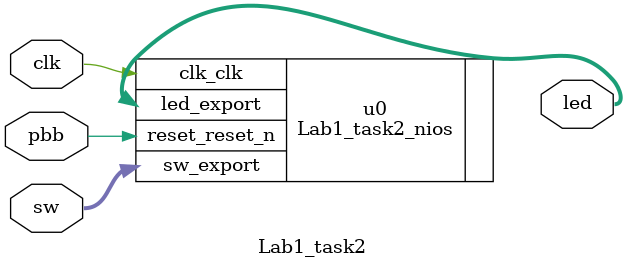
<source format=sv>
module Lab1_task2 (
    input bit clk, // Clock
    input bit [7:0] sw,  // data in
    input bit pbb, // Asynchronus reset active low
    output bit [7:0] led
);
	Lab1_task2_nios u0 (
		.clk_clk       (clk), //   clk.clk
		.reset_reset_n (pbb), // reset.reset_n
		.led_export    (led), //   led.export
		.sw_export     (sw)   //    sw.export
	);

endmodule

</source>
